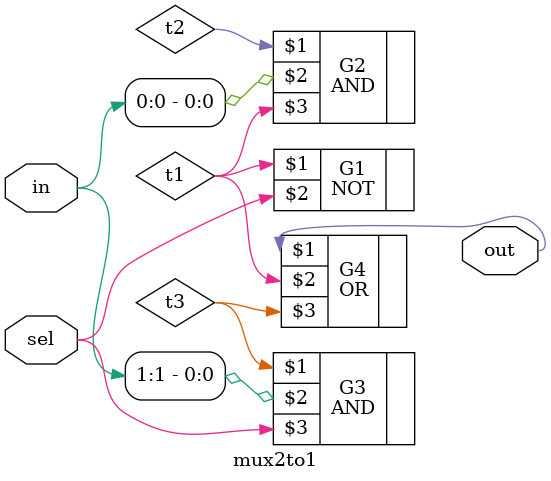
<source format=v>
module mux2to1(in, sel, out);
    input [1:0] in;
    input sel;
    output out;
    wire t1, t2, t3;

    NOT     G1 (t1, sel);
    AND     G2 (t2, in[0], t1);
    AND     G3 (t3, in[1], sel);
    OR      G4 (out, t1, t3);

    // assign t1 = ~sel;           // NOT gate
    // assign t2 = in[0] & t1;     // AND gate
    // assign t3 = in[1] & sel;    // AND gate
    // assign out = t2 | t3;       // OR gate
  
endmodule
</source>
